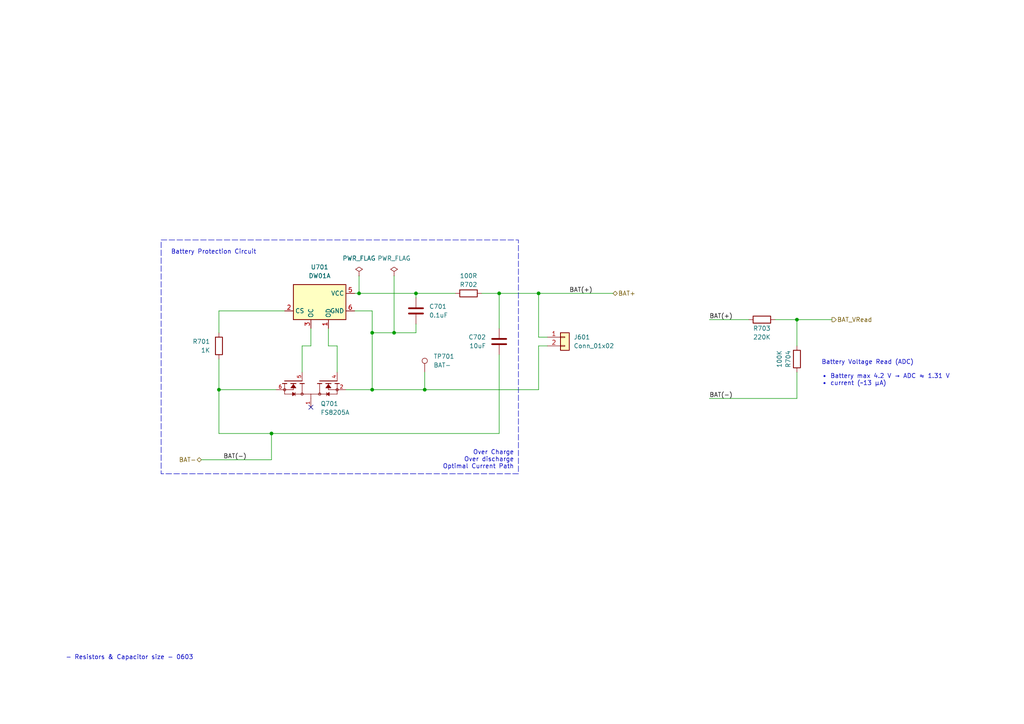
<source format=kicad_sch>
(kicad_sch (version 20250114) (generator "eeschema") (generator_version "9.0")
  (paper "A4")
  (lib_symbols
    (symbol "Battery_Management:DW01A"
      (property "Reference" "U" (at -6.604 6.35 0))
      (property "Value" "DW01A" (at 4.318 6.604 0))
      (symbol "DW01A_0_1"
        (pin power_in line (at -10.16 2.54 0) (length 2.54) (name "VCC") (number "5"))
        (pin power_in line (at -10.16 -2.54 0) (length 2.54) (name "GND") (number "6"))
        (pin output line (at -2.54 -7.62 90) (length 2.54) (name "OD") (number "1"))
        (pin output line (at 2.54 -7.62 90) (length 2.54) (name "OC") (number "3"))
        (pin input line (at 10.16 -2.54 180) (length 2.54) (name "CS") (number "2"))
      )
      (symbol "DW01A_1_1"
        (rectangle (start -7.62 5.08) (end 7.62 -5.08) (stroke (width 0.254)) (fill (type background)))
        (pin no_connect line (at 10.16 2.54 180) (length 2.54) (hide yes) (name "TD") (number "4"))
      )
    )
    (symbol "Connector:TestPoint" (pin_numbers (hide yes)) (pin_names (offset 0.762) (hide yes))
      (property "Reference" "TP" (at 0 6.858 0))
      (property "Value" "TestPoint" (at 0 5.08 0))
      (symbol "TestPoint_0_1"
        (circle (center 0 3.302) (radius 0.762))
      )
      (symbol "TestPoint_1_1"
        (pin passive line (at 0 0 90) (length 2.54) (name "1") (number "1"))
      )
    )
    (symbol "Connector_Generic:Conn_01x02" (pin_names (offset 1.016) (hide yes))
      (property "Reference" "J" (at 0 2.54 0))
      (property "Value" "Conn_01x02" (at 0 -5.08 0))
      (symbol "Conn_01x02_1_1"
        (rectangle (start -1.27 1.27) (end 1.27 -3.81) (stroke (width 0.254)) (fill (type background)))
        (rectangle (start -1.27 0.127) (end 0 -0.127) (stroke (width 0.1524)))
        (rectangle (start -1.27 -2.413) (end 0 -2.667) (stroke (width 0.1524)))
        (pin passive line (at -5.08 0 0) (length 3.81) (name "Pin_1") (number "1"))
        (pin passive line (at -5.08 -2.54 0) (length 3.81) (name "Pin_2") (number "2"))
      )
    )
    (symbol "Device:C" (pin_numbers (hide yes)) (pin_names (offset 0.254))
      (property "Reference" "C" (at 0.635 2.54 0))
      (property "Value" "C" (at 0.635 -2.54 0))
      (symbol "C_0_1"
        (polyline (pts (xy -2.032 0.762) (xy 2.032 0.762)) (stroke (width 0.508)))
        (polyline (pts (xy -2.032 -0.762) (xy 2.032 -0.762)) (stroke (width 0.508)))
      )
      (symbol "C_1_1"
        (pin passive line (at 0 3.81 270) (length 2.794) (name "~") (number "1"))
        (pin passive line (at 0 -3.81 90) (length 2.794) (name "~") (number "2"))
      )
    )
    (symbol "Device:R" (pin_numbers (hide yes)) (pin_names (offset 0))
      (property "Reference" "R" (at 2.032 0 90))
      (property "Value" "R" (at 0 0 90))
      (symbol "R_0_1"
        (rectangle (start -1.016 -2.54) (end 1.016 2.54) (stroke (width 0.254)))
      )
      (symbol "R_1_1"
        (pin passive line (at 0 3.81 270) (length 1.27) (name "~") (number "1"))
        (pin passive line (at 0 -3.81 90) (length 1.27) (name "~") (number "2"))
      )
    )
    (symbol "govi.ai_v3_sym:FS8205A" (pin_names (offset 1.016))
      (property "Reference" "Q" (at 7.62 10.16 0))
      (property "Value" "FS8205A" (at -12.7 10.16 0))
      (symbol "FS8205A_0_0"
        (polyline (pts (xy -7.62 0.508) (xy -8.255 0.508)) (stroke (width 0.254)))
        (circle (center -7.62 -1.27) (radius 0.3592))
        (polyline (pts (xy -7.62 -1.27) (xy -7.62 0.508)) (stroke (width 0.1524)))
        (polyline (pts (xy -7.62 -1.27) (xy -7.62 -2.54)) (stroke (width 0.1524)))
        (polyline (pts (xy -6.985 0.508) (xy -7.62 0.508)) (stroke (width 0.254)))
        (polyline (pts (xy -5.08 0.508) (xy -5.842 0.508)) (stroke (width 0.254)))
        (polyline (pts (xy -5.08 0.508) (xy -5.08 -1.27)) (stroke (width 0.1524)))
        (polyline (pts (xy -5.08 0.254) (xy -4.318 -0.762) (xy -5.842 -0.762) (xy -5.08 0.254)) (stroke (width 0.1524)) (fill (type outline)))
        (polyline (pts (xy -5.08 -1.27) (xy -7.62 -1.27)) (stroke (width 0.1524)))
        (polyline (pts (xy -4.572 -2.54) (xy -7.62 -2.54)) (stroke (width 0.1524)))
        (polyline (pts (xy -4.572 -2.54) (xy -4.572 -2.032)) (stroke (width 0.1524)))
        (polyline (pts (xy -4.572 -2.54) (xy -5.334 -2.032) (xy -5.334 -3.048) (xy -4.572 -2.54)) (stroke (width 0.1524)) (fill (type outline)))
        (polyline (pts (xy -4.572 -3.048) (xy -4.572 -2.54)) (stroke (width 0.1524)))
        (polyline (pts (xy -4.318 0.508) (xy -5.08 0.508)) (stroke (width 0.254)))
        (polyline (pts (xy -2.54 1.27) (xy -7.62 1.27)) (stroke (width 0.254)))
        (polyline (pts (xy -2.54 0.508) (xy -3.175 0.508)) (stroke (width 0.254)))
        (polyline (pts (xy -2.54 0.508) (xy -2.54 -2.54)) (stroke (width 0.1524)))
        (circle (center -2.54 -2.54) (radius 0.3592))
        (polyline (pts (xy -2.54 -2.54) (xy -4.572 -2.54)) (stroke (width 0.1524)))
        (polyline (pts (xy -2.54 -2.54) (xy 0 -2.54)) (stroke (width 0.1524)))
        (polyline (pts (xy -1.905 0.508) (xy -2.54 0.508)) (stroke (width 0.254)))
        (polyline (pts (xy 0 -2.54) (xy 0 -3.81)) (stroke (width 0.1524)))
        (polyline (pts (xy 0 -2.54) (xy 2.54 -2.54)) (stroke (width 0.1524)))
        (polyline (pts (xy 2.54 0.508) (xy 1.905 0.508)) (stroke (width 0.254)))
        (polyline (pts (xy 2.54 -2.54) (xy 2.54 0.508)) (stroke (width 0.1524)))
        (polyline (pts (xy 2.54 -2.54) (xy 4.572 -2.54)) (stroke (width 0.1524)))
        (circle (center 2.54 -2.54) (radius 0.3592))
        (polyline (pts (xy 3.175 0.508) (xy 2.54 0.508)) (stroke (width 0.254)))
        (polyline (pts (xy 4.572 -2.032) (xy 4.572 -2.54)) (stroke (width 0.1524)))
        (polyline (pts (xy 4.572 -2.54) (xy 4.572 -3.048)) (stroke (width 0.1524)))
        (polyline (pts (xy 4.572 -2.54) (xy 7.62 -2.54)) (stroke (width 0.1524)))
        (polyline (pts (xy 4.572 -2.54) (xy 5.334 -3.048) (xy 5.334 -2.032) (xy 4.572 -2.54)) (stroke (width 0.1524)) (fill (type outline)))
        (polyline (pts (xy 5.08 0.508) (xy 4.318 0.508)) (stroke (width 0.254)))
        (polyline (pts (xy 5.08 0.508) (xy 5.08 -1.27)) (stroke (width 0.1524)))
        (polyline (pts (xy 5.08 0.254) (xy 5.842 -0.762) (xy 4.318 -0.762) (xy 5.08 0.254)) (stroke (width 0.1524)) (fill (type outline)))
        (polyline (pts (xy 5.842 0.508) (xy 5.08 0.508)) (stroke (width 0.254)))
        (polyline (pts (xy 7.62 1.27) (xy 2.54 1.27)) (stroke (width 0.254)))
        (polyline (pts (xy 7.62 0.508) (xy 6.985 0.508)) (stroke (width 0.254)))
        (polyline (pts (xy 7.62 0.508) (xy 7.62 -2.54)) (stroke (width 0.1524)))
        (polyline (pts (xy 7.62 -1.27) (xy 5.08 -1.27)) (stroke (width 0.1524)))
        (circle (center 7.62 -1.27) (radius 0.3592))
        (polyline (pts (xy 8.255 0.508) (xy 7.62 0.508)) (stroke (width 0.254)))
        (pin passive line (at -10.16 -1.27 0) (length 2.54) (name "~") (number "2"))
        (pin passive line (at -10.16 -1.27 0) (length 2.54) (hide yes) (name "~") (number "3"))
        (pin passive line (at -7.62 3.81 270) (length 2.54) (name "~") (number "4"))
        (pin passive line (at 0 -6.35 90) (length 2.54) (name "~") (number "1"))
        (pin passive line (at 0 -6.35 90) (length 2.54) (hide yes) (name "~") (number "8"))
        (pin passive line (at 2.54 3.81 270) (length 2.54) (name "~") (number "5"))
        (pin passive line (at 10.16 -1.27 180) (length 2.54) (name "~") (number "6"))
        (pin passive line (at 10.16 -1.27 180) (length 2.54) (hide yes) (name "~") (number "7"))
      )
    )
    (symbol "power:PWR_FLAG" (power) (pin_numbers (hide yes)) (pin_names (offset 0) (hide yes))
      (property "Value" "PWR_FLAG" (at 0 3.81 0))
      (symbol "PWR_FLAG_0_0"
        (pin power_out line (at 0 0 90) (length 0) (name "~") (number "1"))
      )
      (symbol "PWR_FLAG_0_1"
        (polyline (pts (xy 0 0) (xy 0 1.27) (xy -1.016 1.905) (xy 0 2.54) (xy 1.016 1.905) (xy 0 1.27)))
      )
    )
  )
  (rectangle (start 46.736 69.596) (end 150.368 137.414) (stroke (width 0) (type dash)))
  (text "Over Charge\nOver discharge\nOptimal Current Path" (at 149.098 133.35 0) (effects (font (size 1.27 1.27)) (justify right)))
  (text " - Resistors & Capacitor size - 0603" (at 37.084 190.754 0) (effects (font (size 1.27 1.27))))
  (text "Battery Protection Circuit" (at 61.976 73.152 0) (effects (font (size 1.27 1.27))))
  (text "Battery Voltage Read (ADC)\n\n• Battery max 4.2 V → ADC ≈ 1.31 V\n• current (~13 µA)" (at 238.252 108.204 0) (effects (font (size 1.27 1.27)) (justify left)))
  (junction (at 120.65 85.09))
  (junction (at 114.3 96.52))
  (junction (at 63.5 113.03))
  (junction (at 107.95 113.03))
  (junction (at 78.74 125.73))
  (junction (at 107.95 96.52))
  (junction (at 104.14 85.09))
  (junction (at 156.21 85.09))
  (junction (at 123.19 113.03))
  (junction (at 231.14 92.71))
  (junction (at 144.78 85.09))
  (no_connect (at 90.17 118.11))
  (wire (pts (xy 114.3 96.52) (xy 107.95 96.52)))
  (wire (pts (xy 231.14 92.71) (xy 224.79 92.71)))
  (wire (pts (xy 107.95 113.03) (xy 123.19 113.03)))
  (wire (pts (xy 123.19 113.03) (xy 156.21 113.03)))
  (wire (pts (xy 144.78 102.87) (xy 144.78 125.73)))
  (wire (pts (xy 100.33 113.03) (xy 107.95 113.03)))
  (wire (pts (xy 120.65 96.52) (xy 114.3 96.52)))
  (wire (pts (xy 144.78 85.09) (xy 144.78 95.25)))
  (wire (pts (xy 107.95 96.52) (xy 107.95 90.17)))
  (wire (pts (xy 107.95 113.03) (xy 107.95 96.52)))
  (wire (pts (xy 231.14 92.71) (xy 231.14 100.33)))
  (wire (pts (xy 156.21 85.09) (xy 177.8 85.09)))
  (wire (pts (xy 63.5 90.17) (xy 63.5 96.52)))
  (wire (pts (xy 78.74 125.73) (xy 63.5 125.73)))
  (wire (pts (xy 156.21 97.79) (xy 158.75 97.79)))
  (wire (pts (xy 95.25 95.25) (xy 95.25 100.33)))
  (wire (pts (xy 139.7 85.09) (xy 144.78 85.09)))
  (wire (pts (xy 63.5 104.14) (xy 63.5 113.03)))
  (wire (pts (xy 97.79 100.33) (xy 97.79 107.95)))
  (wire (pts (xy 82.55 90.17) (xy 63.5 90.17)))
  (wire (pts (xy 78.74 133.35) (xy 78.74 125.73)))
  (wire (pts (xy 231.14 92.71) (xy 241.3 92.71)))
  (wire (pts (xy 114.3 80.01) (xy 114.3 96.52)))
  (wire (pts (xy 120.65 86.36) (xy 120.65 85.09)))
  (wire (pts (xy 231.14 115.57) (xy 231.14 107.95)))
  (wire (pts (xy 95.25 100.33) (xy 97.79 100.33)))
  (wire (pts (xy 104.14 85.09) (xy 102.87 85.09)))
  (wire (pts (xy 58.42 133.35) (xy 78.74 133.35)))
  (wire (pts (xy 78.74 125.73) (xy 144.78 125.73)))
  (wire (pts (xy 156.21 85.09) (xy 156.21 97.79)))
  (wire (pts (xy 107.95 90.17) (xy 102.87 90.17)))
  (wire (pts (xy 120.65 96.52) (xy 120.65 93.98)))
  (wire (pts (xy 90.17 100.33) (xy 87.63 100.33)))
  (wire (pts (xy 231.14 115.57) (xy 205.74 115.57)))
  (wire (pts (xy 104.14 85.09) (xy 120.65 85.09)))
  (wire (pts (xy 90.17 95.25) (xy 90.17 100.33)))
  (wire (pts (xy 132.08 85.09) (xy 120.65 85.09)))
  (wire (pts (xy 158.75 100.33) (xy 156.21 100.33)))
  (wire (pts (xy 63.5 113.03) (xy 80.01 113.03)))
  (wire (pts (xy 144.78 85.09) (xy 156.21 85.09)))
  (wire (pts (xy 63.5 113.03) (xy 63.5 125.73)))
  (wire (pts (xy 123.19 107.95) (xy 123.19 113.03)))
  (wire (pts (xy 104.14 80.01) (xy 104.14 85.09)))
  (wire (pts (xy 205.74 92.71) (xy 217.17 92.71)))
  (wire (pts (xy 156.21 100.33) (xy 156.21 113.03)))
  (wire (pts (xy 87.63 100.33) (xy 87.63 107.95)))
  (label "BAT(-)" (at 205.74 115.57 0))
  (label "BAT(+)" (at 205.74 92.71 0))
  (label "BAT(+)" (at 165.1 85.09 0))
  (label "BAT(-)" (at 64.77 133.35 0))
  (hierarchical_label "BAT-" (shape bidirectional) (at 58.42 133.35 180))
  (hierarchical_label "BAT+" (shape bidirectional) (at 177.8 85.09 0))
  (hierarchical_label "BAT_VRead" (shape output) (at 241.3 92.71 0))
  (symbol (lib_id "Device:R") (at 135.89 85.09 270) (mirror x) (unit 1)
    (property "Reference" "R702" (at 135.89 82.55 90))
    (property "Value" "100R" (at 135.89 80.01 90))
    (property "Footprint" "Resistor_SMD:R_0603_1608Metric_Pad0.98x0.95mm_HandSolder" (effects (hide yes)))
    (property "Description" "Resistor" (effects (hide yes)))
  )
  (symbol (lib_id "power:PWR_FLAG") (at 114.3 80.01 0) (unit 1)
    (property "Reference" "#FLG0702" (effects (hide yes)))
    (property "Value" "PWR_FLAG" (at 114.3 74.93 0))
    (property "Description" "Special symbol for telling ERC where power comes from" (effects (hide yes)))
  )
  (symbol (lib_id "Device:R") (at 220.98 92.71 90) (mirror x) (unit 1)
    (property "Reference" "R703" (at 220.98 95.25 90))
    (property "Value" "220K" (at 220.98 97.79 90))
    (property "Footprint" "Resistor_SMD:R_0603_1608Metric_Pad0.98x0.95mm_HandSolder" (effects (hide yes)))
    (property "Description" "Resistor" (effects (hide yes)))
  )
  (symbol (lib_id "power:PWR_FLAG") (at 104.14 80.01 0) (unit 1)
    (property "Reference" "#FLG0701" (effects (hide yes)))
    (property "Value" "PWR_FLAG" (at 104.14 74.93 0))
    (property "Description" "Special symbol for telling ERC where power comes from" (effects (hide yes)))
  )
  (symbol (lib_id "Device:R") (at 63.5 100.33 0) (mirror y) (unit 1)
    (property "Reference" "R701" (at 60.96 99.0599 0) (effects (justify left)))
    (property "Value" "1K" (at 60.96 101.5999 0) (effects (justify left)))
    (property "Footprint" "Resistor_SMD:R_0603_1608Metric_Pad0.98x0.95mm_HandSolder" (effects (hide yes)))
    (property "Description" "Resistor" (effects (hide yes)))
  )
  (symbol (lib_id "Device:R") (at 231.14 104.14 0) (mirror y) (unit 1)
    (property "Reference" "R704" (at 228.6 104.14 90))
    (property "Value" "100K" (at 226.06 104.14 90))
    (property "Footprint" "Resistor_SMD:R_0603_1608Metric_Pad0.98x0.95mm_HandSolder" (effects (hide yes)))
    (property "Description" "Resistor" (effects (hide yes)))
  )
  (symbol (lib_id "Connector_Generic:Conn_01x02") (at 163.83 97.79 0) (unit 1)
    (property "Reference" "J601" (at 166.37 97.7899 0) (effects (justify left)))
    (property "Value" "Conn_01x02" (at 166.37 100.3299 0) (effects (justify left)))
    (property "Footprint" "Connector_Phoenix_MC_HighVoltage:PhoenixContact_MCV_1,5_2-G-5.08_1x02_P5.08mm_Vertical" (effects (hide yes)))
    (property "Description" "Generic connector, single row, 01x02, script generated (kicad-library-utils/schlib/autogen/connector/)" (effects (hide yes)))
  )
  (symbol (lib_id "Device:C") (at 144.78 99.06 0) (mirror y) (unit 1)
    (property "Reference" "C702" (at 140.97 97.7899 0) (effects (justify left)))
    (property "Value" "10uF" (at 140.97 100.3299 0) (effects (justify left)))
    (property "Footprint" "Capacitor_SMD:C_0603_1608Metric_Pad1.08x0.95mm_HandSolder" (effects (hide yes)))
    (property "Description" "Unpolarized capacitor" (effects (hide yes)))
  )
  (symbol (lib_id "Connector:TestPoint") (at 123.19 107.95 0) (unit 1)
    (property "Reference" "TP701" (at 125.73 103.3779 0) (effects (justify left)))
    (property "Value" "BAT-" (at 125.73 105.9179 0) (effects (justify left)))
    (property "Footprint" "TestPoint:TestPoint_Pad_D1.0mm" (effects (hide yes)))
    (property "Description" "test point" (effects (hide yes)))
  )
  (symbol (lib_id "govi.ai_v3_sym:FS8205A") (at 90.17 111.76 0) (mirror y) (unit 1)
    (property "Reference" "Q701" (at 92.964 117.094 0) (effects (justify right)))
    (property "Value" "FS8205A" (at 92.964 119.634 0) (effects (justify right)))
    (property "Footprint" "govi_v3_sensor_footprints_kicad:SOP65P640X120-8N" (effects (hide yes)))
    (property "MF" "Fortune Semiconductor" (effects (hide yes)))
    (property "MAXIMUM_PACKAGE_HEIGHT" "1.2mm" (effects (hide yes)))
    (property "Package" "Package" (effects (hide yes)))
    (property "Price" "None" (effects (hide yes)))
    (property "Check_prices" "https://www.snapeda.com/parts/FS8205A/Fortune+Semiconductor/view-part/?ref=eda" (effects (hide yes)))
    (property "STANDARD" "IPC 7351B" (effects (hide yes)))
    (property "PARTREV" "1.7" (effects (hide yes)))
    (property "SnapEDA_Link" "https://www.snapeda.com/parts/FS8205A/Fortune+Semiconductor/view-part/?ref=snap" (effects (hide yes)))
    (property "MP" "FS8205A" (effects (hide yes)))
    (property "Availability" "In Stock" (effects (hide yes)))
    (property "MANUFACTURER" "Fortune Semiconductor" (effects (hide yes)))
  )
  (symbol (lib_id "Device:C") (at 120.65 90.17 0) (unit 1)
    (property "Reference" "C701" (at 124.46 88.8999 0) (effects (justify left)))
    (property "Value" "0.1uF" (at 124.46 91.4399 0) (effects (justify left)))
    (property "Footprint" "Capacitor_SMD:C_0603_1608Metric_Pad1.08x0.95mm_HandSolder" (effects (hide yes)))
    (property "Description" "Unpolarized capacitor" (effects (hide yes)))
  )
  (symbol (lib_id "Battery_Management:DW01A") (at 92.71 87.63 0) (mirror y) (unit 1)
    (property "Reference" "U701" (at 92.71 77.47 0))
    (property "Value" "DW01A" (at 92.71 80.01 0))
    (property "Footprint" "Package_TO_SOT_SMD:SOT-23-6" (effects (hide yes)))
    (property "Datasheet" "https://hmsemi.com/downfile/DW01A.PDF" (effects (hide yes)))
    (property "Description" "Overcharge, overcurrent and overdischarge protection IC for single cell lithium-ion/polymer battery" (effects (hide yes)))
  )
)
</source>
